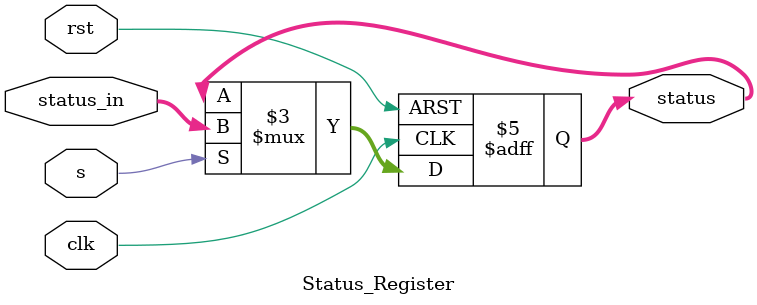
<source format=v>

module Status_Register (
    input clk, rst,
    input s,
    input [3:0] status_in,

    output reg [3:0] status
);

  	// assign {z, c, n, v} = status;

	always@(negedge clk, posedge rst) 
	begin
		if (rst) status <= 0;
		else if (s) status <= status_in;
		else status <= status;
	end
	
endmodule
</source>
